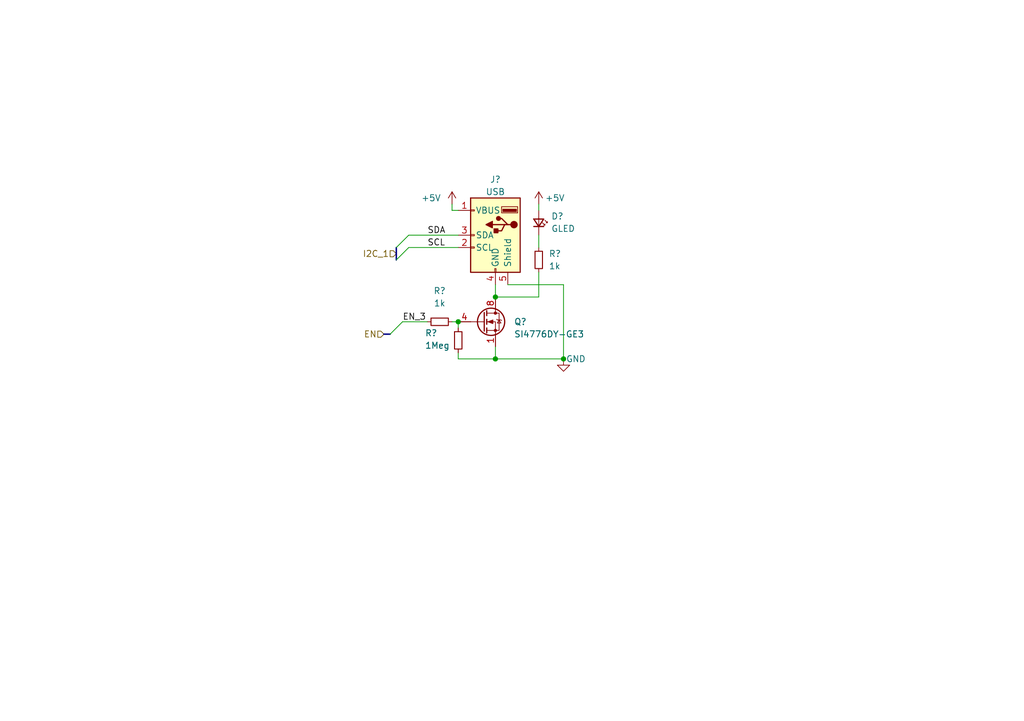
<source format=kicad_sch>
(kicad_sch (version 20211123) (generator eeschema)
  (paper "A5")
  (title_block (date "2022-12-27") (rev "0.1") (company "ncAudio"))
  (lib_symbols
    (symbol "Device:LED_Small" (pin_numbers hide) (pin_names (offset 0.254) hide)
      (property "Reference" "D" (at -1.27 3.175 0))
      (property "Value" "LED_Small" (at -4.445 -2.54 0))
      (symbol "LED_Small_0_1"
        (polyline (pts (xy -0.762 -1.016) (xy -0.762 1.016)) (stroke (width 0.254)))
        (polyline (pts (xy 1.016 0) (xy -0.762 0)))
        (polyline (pts (xy 0.762 -1.016) (xy -0.762 0) (xy 0.762 1.016) (xy 0.762 -1.016)) (stroke (width 0.254)))
        (polyline (pts (xy 0 0.762) (xy -0.508 1.27) (xy -0.254 1.27) (xy -0.508 1.27) (xy -0.508 1.016)))
        (polyline (pts (xy 0.508 1.27) (xy 0 1.778) (xy 0.254 1.778) (xy 0 1.778) (xy 0 1.524)))
      )
      (symbol "LED_Small_1_1"
        (pin passive line (at -2.54 0 0) (length 1.778) (name "K") (number "1"))
        (pin passive line (at 2.54 0 180) (length 1.778) (name "A") (number "2"))
      )
    )
    (symbol "Device:R_Small" (pin_numbers hide) (pin_names (offset 0.254) hide)
      (property "Reference" "R" (at 0.762 0.508 0))
      (property "Value" "R_Small" (at 0.762 -1.016 0))
      (symbol "R_Small_0_1"
        (rectangle (start -0.762 1.778) (end 0.762 -1.778) (stroke (width 0.2032)))
      )
      (symbol "R_Small_1_1"
        (pin passive line (at 0 2.54 270) (length 0.762) (name "~") (number "1"))
        (pin passive line (at 0 -2.54 90) (length 0.762) (name "~") (number "2"))
      )
    )
    (symbol "Transistor_FET:Si4162DY" (pin_names hide)
      (property "Reference" "Q" (at 5.08 2.54 0))
      (property "Value" "Si4162DY" (at 5.08 0 0))
      (symbol "Si4162DY_0_1"
        (polyline (pts (xy 0.254 0) (xy -2.54 0)))
        (polyline (pts (xy 0.254 1.905) (xy 0.254 -1.905)) (stroke (width 0.254)))
        (polyline (pts (xy 0.762 -1.27) (xy 0.762 -2.286)) (stroke (width 0.254)))
        (polyline (pts (xy 0.762 0.508) (xy 0.762 -0.508)) (stroke (width 0.254)))
        (polyline (pts (xy 0.762 2.286) (xy 0.762 1.27)) (stroke (width 0.254)))
        (polyline (pts (xy 2.54 2.54) (xy 2.54 1.778)))
        (polyline (pts (xy 2.54 -2.54) (xy 2.54 0) (xy 0.762 0)))
        (polyline (pts (xy 0.762 -1.778) (xy 3.302 -1.778) (xy 3.302 1.778) (xy 0.762 1.778)))
        (polyline (pts (xy 1.016 0) (xy 2.032 0.381) (xy 2.032 -0.381) (xy 1.016 0)) (fill (type outline)))
        (polyline (pts (xy 2.794 0.508) (xy 2.921 0.381) (xy 3.683 0.381) (xy 3.81 0.254)))
        (polyline (pts (xy 3.302 0.381) (xy 2.921 -0.254) (xy 3.683 -0.254) (xy 3.302 0.381)))
        (circle (center 1.651 0) (radius 2.794) (stroke (width 0.254)))
        (circle (center 2.54 -1.778) (radius 0.254) (fill (type outline)))
        (circle (center 2.54 1.778) (radius 0.254) (fill (type outline)))
      )
      (symbol "Si4162DY_1_1"
        (pin passive line (at 2.54 -5.08 90) (length 2.54) (name "S") (number "1"))
        (pin passive line (at 2.54 -5.08 90) (length 2.54) hide (name "S") (number "2"))
        (pin passive line (at 2.54 -5.08 90) (length 2.54) hide (name "S") (number "3"))
        (pin input line (at -5.08 0 0) (length 2.54) (name "G") (number "4"))
        (pin passive line (at 2.54 5.08 270) (length 2.54) hide (name "D") (number "5"))
        (pin passive line (at 2.54 5.08 270) (length 2.54) hide (name "D") (number "6"))
        (pin passive line (at 2.54 5.08 270) (length 2.54) hide (name "D") (number "7"))
        (pin passive line (at 2.54 5.08 270) (length 2.54) (name "D") (number "8"))
      )
    )
    (symbol "USB_A_1" (pin_names (offset 1.016))
      (property "Reference" "J?" (at -8.89 6.35 0))
      (property "Value" "USB_A_1" (at -8.89 3.81 0))
      (symbol "USB_A_1_0_1"
        (rectangle (start -5.08 -7.62) (end 5.08 7.62) (stroke (width 0.254)) (fill (type background)))
        (circle (center -3.81 2.159) (radius 0.635) (stroke (width 0.254)) (fill (type outline)))
        (rectangle (start -1.524 4.826) (end -4.318 5.334) (fill (type outline)))
        (rectangle (start -1.27 4.572) (end -4.572 5.842))
        (circle (center -0.635 3.429) (radius 0.381) (stroke (width 0.254)) (fill (type outline)))
        (rectangle (start -0.127 -7.62) (end 0.127 -6.858))
        (polyline (pts (xy -3.175 2.159) (xy -2.54 2.159) (xy -1.27 3.429) (xy -0.635 3.429)) (stroke (width 0.254)))
        (polyline (pts (xy -2.54 2.159) (xy -1.905 2.159) (xy -1.27 0.889) (xy 0 0.889)) (stroke (width 0.254)))
        (polyline (pts (xy 0.635 2.794) (xy 0.635 1.524) (xy 1.905 2.159) (xy 0.635 2.794)) (stroke (width 0.254)) (fill (type outline)))
        (rectangle (start 0.254 1.27) (end -0.508 0.508) (stroke (width 0.254)) (fill (type outline)))
        (rectangle (start 5.08 -2.667) (end 4.318 -2.413))
        (rectangle (start 5.08 -0.127) (end 4.318 0.127))
        (rectangle (start 5.08 4.953) (end 4.318 5.207))
      )
      (symbol "USB_A_1_1_1"
        (polyline (pts (xy -1.905 2.159) (xy 0.635 2.159)) (stroke (width 0.254)))
        (pin power_in line (at 7.62 5.08 180) (length 2.54) (name "VBUS") (number "1"))
        (pin bidirectional line (at 7.62 -2.54 180) (length 2.54) (name "SCL") (number "2"))
        (pin bidirectional line (at 7.62 0 180) (length 2.54) (name "SDA") (number "3"))
        (pin power_in line (at 0 -10.16 90) (length 2.54) (name "GND") (number "4"))
        (pin passive line (at -2.54 -10.16 90) (length 2.54) (name "Shield") (number "5"))
      )
    )
    (symbol "power:+5V" (power) (pin_names (offset 0))
      (property "Value" "+5V" (at 0 3.556 0))
      (symbol "+5V_0_1"
        (polyline (pts (xy -0.762 1.27) (xy 0 2.54)))
        (polyline (pts (xy 0 0) (xy 0 2.54)))
        (polyline (pts (xy 0 2.54) (xy 0.762 1.27)))
      )
      (symbol "+5V_1_1"
        (pin power_in line (at 0 0 90) (length 0) hide (name "+5V") (number "1"))
      )
    )
    (symbol "power:GND" (power) (pin_names (offset 0))
      (property "Value" "GND" (at 0 -3.81 0))
      (symbol "GND_0_1"
        (polyline (pts (xy 0 0) (xy 0 -1.27) (xy 1.27 -1.27) (xy 0 -2.54) (xy -1.27 -1.27) (xy 0 -1.27)))
      )
      (symbol "GND_1_1"
        (pin power_in line (at 0 0 270) (length 0) hide (name "GND") (number "1"))
      )
    )
  )
  (junction (at 101.6 60.96))
  (junction (at 93.98 66.04))
  (junction (at 115.57 73.66))
  (junction (at 101.6 73.66))
  (bus_entry (at 83.82 48.26) (size -2.54 2.54))
  (bus_entry (at 83.82 50.8) (size -2.54 2.54))
  (bus_entry (at 82.55 66.04) (size -2.54 2.54))
  (wire (pts (xy 110.49 41.91) (xy 110.49 43.18)))
  (wire (pts (xy 110.49 55.88) (xy 110.49 60.96)))
  (wire (pts (xy 101.6 73.66) (xy 115.57 73.66)))
  (wire (pts (xy 92.71 66.04) (xy 93.98 66.04)))
  (wire (pts (xy 83.82 48.26) (xy 93.98 48.26)))
  (wire (pts (xy 115.57 58.42) (xy 104.14 58.42)))
  (wire (pts (xy 115.57 73.66) (xy 115.57 58.42)))
  (wire (pts (xy 93.98 72.39) (xy 93.98 73.66)))
  (wire (pts (xy 92.71 41.91) (xy 92.71 43.18)))
  (wire (pts (xy 83.82 50.8) (xy 93.98 50.8)))
  (wire (pts (xy 101.6 58.42) (xy 101.6 60.96)))
  (wire (pts (xy 92.71 43.18) (xy 93.98 43.18)))
  (wire (pts (xy 93.98 66.04) (xy 93.98 67.31)))
  (bus (pts (xy 78.74 68.58) (xy 80.01 68.58)))
  (wire (pts (xy 82.55 66.04) (xy 87.63 66.04)))
  (wire (pts (xy 101.6 73.66) (xy 101.6 71.12)))
  (wire (pts (xy 93.98 73.66) (xy 101.6 73.66)))
  (wire (pts (xy 110.49 60.96) (xy 101.6 60.96)))
  (bus (pts (xy 81.28 50.8) (xy 81.28 53.34)))
  (wire (pts (xy 110.49 48.26) (xy 110.49 50.8)))
  (label "SDA" (at 87.63 48.26 0))
  (label "EN_3" (at 82.55 66.04 0))
  (label "SCL" (at 87.6284 50.8 0))
  (hierarchical_label "I2C_1" (shape input) (at 81.28 52.07 180))
  (hierarchical_label "EN" (shape input) (at 78.74 68.58 180))
  (symbol (lib_id "Device:R_Small") (at 93.98 69.85 0) (unit 1)
    (property "Reference" "R?" (at 87.1354 68.3555 0) (effects (justify left)))
    (property "Value" "1Meg" (at 87.1354 70.8955 0) (effects (justify left)))
  )
  (symbol (lib_name "USB_A_1") (lib_id "Connector:USB_A") (at 101.6 48.26 0) (mirror y) (unit 1)
    (property "Reference" "J?" (at 101.6 36.83 0))
    (property "Value" "USB" (at 101.6 39.37 0))
    (property "Datasheet" " ~" (effects hide))
  )
  (symbol (lib_id "power:GND") (at 115.57 73.66 0) (unit 1)
    (property "Reference" "#PWR?" (effects hide))
    (property "Value" "~" (at 118.11 73.66 0))
  )
  (symbol (lib_id "Transistor_FET:Si4162DY") (at 99.06 66.04 0) (unit 1)
    (property "Reference" "Q?" (at 105.41 66.04 0) (effects (justify left)))
    (property "Value" "SI4776DY-GE3" (at 105.41 68.58 0) (effects (justify left)))
    (property "Datasheet" "http://www.vishay.com/docs/68967/si4162dy.pdf" (effects hide))
  )
  (symbol (lib_id "Device:R_Small") (at 90.17 66.04 90) (unit 1)
    (property "Reference" "R?" (at 90.17 59.69 90))
    (property "Value" "1k" (at 90.17 62.23 90))
  )
  (symbol (lib_id "power:+5V") (at 110.49 41.91 0) (unit 1)
    (property "Reference" "#PWR?" (effects hide))
    (property "Value" "~" (at 111.76 40.64 0) (effects (justify left)))
  )
  (symbol (lib_id "Device:R_Small") (at 110.49 53.34 180) (unit 1)
    (property "Reference" "R?" (at 112.5301 52.0699 0) (effects (justify right)))
    (property "Value" "1k" (at 112.5301 54.6099 0) (effects (justify right)))
  )
  (symbol (lib_id "Device:LED_Small") (at 110.49 45.72 270) (mirror x) (unit 1)
    (property "Reference" "D?" (at 113.03 44.3864 90) (effects (justify left)))
    (property "Value" "GLED" (at 113.03 46.9264 90) (effects (justify left)))
  )
  (symbol (lib_id "power:+5V") (at 92.71 41.91 0) (unit 1)
    (property "Reference" "#PWR?" (effects hide))
    (property "Value" "~" (at 86.36 40.64 0) (effects (justify left)))
  )
)
</source>
